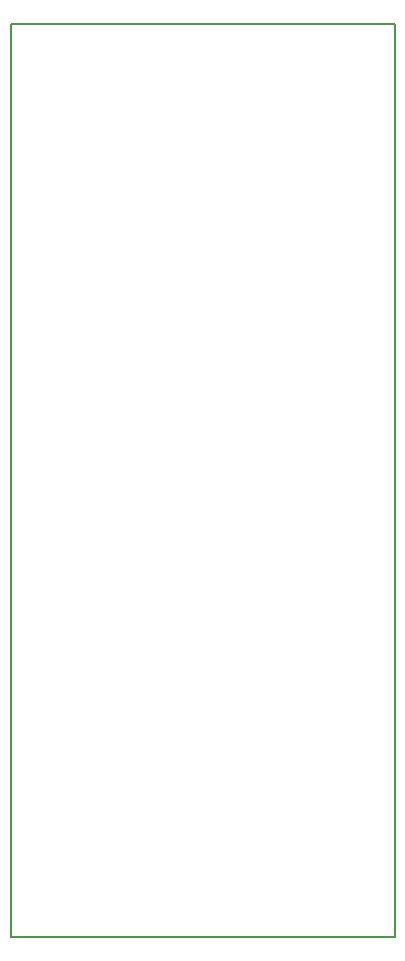
<source format=gbo>
G04 MADE WITH FRITZING*
G04 WWW.FRITZING.ORG*
G04 DOUBLE SIDED*
G04 HOLES PLATED*
G04 CONTOUR ON CENTER OF CONTOUR VECTOR*
%ASAXBY*%
%FSLAX23Y23*%
%MOIN*%
%OFA0B0*%
%SFA1.0B1.0*%
%ADD10R,1.286520X3.050950X1.270520X3.034950*%
%ADD11C,0.008000*%
%LNSILK0*%
G90*
G70*
G54D11*
X4Y3047D02*
X1283Y3047D01*
X1283Y4D01*
X4Y4D01*
X4Y3047D01*
D02*
G04 End of Silk0*
M02*
</source>
